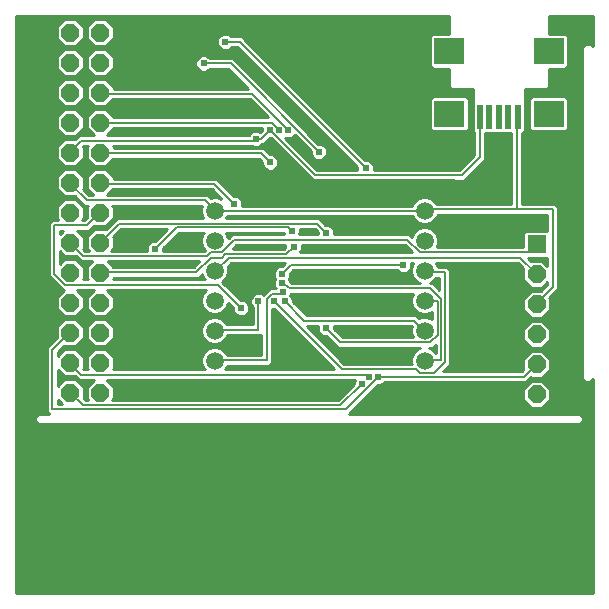
<source format=gbl>
G75*
G70*
%OFA0B0*%
%FSLAX24Y24*%
%IPPOS*%
%LPD*%
%AMOC8*
5,1,8,0,0,1.08239X$1,22.5*
%
%ADD10C,0.0594*%
%ADD11R,0.0984X0.0866*%
%ADD12R,0.0197X0.0787*%
%ADD13OC8,0.0600*%
%ADD14R,0.0600X0.0600*%
%ADD15C,0.0060*%
%ADD16C,0.0240*%
%ADD17C,0.0070*%
%ADD18C,0.0100*%
D10*
X007035Y008156D03*
X007035Y009156D03*
X007035Y010156D03*
X007035Y011156D03*
X007035Y012156D03*
X007035Y013156D03*
X014035Y013156D03*
X014035Y012156D03*
X014035Y011156D03*
X014035Y010156D03*
X014035Y009156D03*
X014035Y008156D03*
D11*
X014853Y016381D03*
X014853Y018467D03*
X018160Y018467D03*
X018160Y016381D03*
D12*
X017136Y016282D03*
X016821Y016282D03*
X016506Y016282D03*
X016191Y016282D03*
X015876Y016282D03*
D13*
X017760Y011040D03*
X017760Y010040D03*
X017760Y009040D03*
X017760Y008040D03*
X017760Y007040D03*
X003211Y007080D03*
X002211Y007080D03*
X002211Y008080D03*
X002211Y009080D03*
X002211Y010080D03*
X002211Y011080D03*
X002211Y012080D03*
X002211Y013080D03*
X002211Y014080D03*
X002211Y015080D03*
X002211Y016080D03*
X002211Y017080D03*
X002211Y018080D03*
X002211Y019080D03*
X003211Y019080D03*
X003211Y018080D03*
X003211Y017080D03*
X003211Y016080D03*
X003211Y015080D03*
X003211Y014080D03*
X003211Y013080D03*
X003211Y012080D03*
X003211Y011080D03*
X003211Y010080D03*
X003211Y009080D03*
X003211Y008080D03*
D14*
X017760Y012040D03*
D15*
X017760Y012000D01*
X017520Y011760D01*
X013860Y011760D01*
X013440Y012180D01*
X007680Y012180D01*
X007260Y011760D01*
X006900Y011760D01*
X006780Y011640D01*
X002640Y011640D01*
X002220Y012060D01*
X002211Y012080D01*
X001680Y012660D02*
X002760Y012660D01*
X003180Y013080D01*
X003211Y013080D01*
X002760Y013500D02*
X006720Y013500D01*
X007020Y013200D01*
X007035Y013156D01*
X007080Y013140D01*
X013980Y013140D01*
X014035Y013156D01*
X014040Y013200D01*
X017100Y013200D01*
X018300Y013200D01*
X018300Y010620D01*
X017760Y010080D01*
X017760Y010040D01*
X017760Y011040D02*
X017220Y011580D01*
X007500Y011580D01*
X007080Y011160D01*
X007035Y011156D01*
X006900Y011580D02*
X006420Y011100D01*
X003240Y011100D01*
X003211Y011080D01*
X003211Y012080D02*
X003240Y012120D01*
X003840Y012720D01*
X010440Y012720D01*
X010740Y012420D01*
X009660Y011940D02*
X009420Y011700D01*
X007380Y011700D01*
X007260Y011580D01*
X006900Y011580D01*
X007140Y010680D02*
X002040Y010680D01*
X001680Y011040D01*
X001680Y012660D01*
X002760Y013500D02*
X002220Y014040D01*
X002211Y014080D01*
X002211Y015080D02*
X002220Y015120D01*
X002580Y015480D01*
X008340Y015480D01*
X008400Y015540D01*
X008580Y015540D01*
X008880Y015840D01*
X010380Y014340D01*
X015090Y014340D01*
X015840Y016260D02*
X015876Y016282D01*
X017100Y016260D02*
X017136Y016282D01*
X017100Y016260D02*
X017100Y013200D01*
X014700Y011100D02*
X014040Y011100D01*
X014035Y011156D01*
X014220Y010560D02*
X014580Y010200D01*
X014580Y008160D01*
X014040Y008160D01*
X014035Y008156D01*
X013740Y007860D02*
X013860Y007740D01*
X014340Y007740D01*
X014700Y008100D01*
X014700Y011100D01*
X014220Y010560D02*
X009540Y010560D01*
X009270Y010740D01*
X009300Y010440D02*
X009240Y010380D01*
X008940Y010380D01*
X008760Y010200D01*
X008760Y008160D01*
X007080Y008160D01*
X007035Y008156D01*
X007035Y009156D02*
X007080Y009180D01*
X008490Y009180D01*
X008490Y010140D01*
X009000Y010140D02*
X011280Y007860D01*
X013740Y007860D01*
X014220Y008760D02*
X014460Y009000D01*
X014460Y010140D01*
X014040Y010140D01*
X014035Y010156D01*
X013680Y009480D02*
X013980Y009180D01*
X014035Y009156D01*
X014220Y008760D02*
X011220Y008760D01*
X010740Y009240D01*
X010020Y009480D02*
X013680Y009480D01*
X013320Y011340D02*
X009570Y011340D01*
X009270Y011040D01*
X009360Y010140D02*
X010020Y009480D01*
X007920Y009900D02*
X007140Y010680D01*
X005760Y012600D02*
X005040Y011880D01*
X005760Y012600D02*
X009480Y012600D01*
X009600Y012480D01*
X007680Y013380D02*
X007020Y014040D01*
X003240Y014040D01*
X003211Y014080D01*
X003240Y015060D02*
X003211Y015080D01*
X003240Y015060D02*
X008580Y015060D01*
X008880Y014760D01*
X009180Y015840D02*
X008940Y016080D01*
X003211Y016080D01*
X003240Y017040D02*
X003211Y017080D01*
X003240Y017040D02*
X008280Y017040D01*
X009480Y015840D01*
X010500Y015120D02*
X007560Y018060D01*
X006660Y018060D01*
X007380Y018780D02*
X007860Y018780D01*
X012060Y014580D01*
X017760Y008040D02*
X017340Y007620D01*
X012480Y007620D01*
X011400Y006540D01*
X001620Y006540D01*
X001620Y008520D01*
X002160Y009060D01*
X002211Y009080D01*
X002211Y008080D02*
X002220Y008040D01*
X002580Y007680D01*
X012120Y007680D01*
X012180Y007620D01*
X011940Y007380D02*
X011220Y006660D01*
X002640Y006660D01*
X002220Y007080D01*
X002211Y007080D01*
D16*
X005040Y011880D03*
X007680Y013380D03*
X008880Y014760D03*
X008400Y015540D03*
X008880Y015840D03*
X009180Y015840D03*
X009480Y015840D03*
X010500Y015120D03*
X012060Y014580D03*
X010740Y012420D03*
X009660Y011940D03*
X009600Y012480D03*
X009270Y011040D03*
X009270Y010740D03*
X009300Y010440D03*
X009360Y010140D03*
X009000Y010140D03*
X008490Y010140D03*
X007920Y009900D03*
X010740Y009240D03*
X012180Y007620D03*
X012480Y007620D03*
X011940Y007380D03*
X013320Y011340D03*
X006660Y018060D03*
X007380Y018780D03*
D17*
X015090Y014340D02*
X015270Y014340D01*
X015870Y014940D01*
X015870Y016276D01*
X015876Y016282D01*
D18*
X000410Y019635D02*
X000410Y000410D01*
X019635Y000410D01*
X019635Y007530D01*
X019545Y007440D01*
X019395Y007440D01*
X019290Y007545D01*
X019290Y018615D01*
X019395Y018720D01*
X019545Y018720D01*
X019635Y018630D01*
X019635Y019635D01*
X018172Y019635D01*
X018172Y019050D01*
X018714Y019050D01*
X018802Y018962D01*
X018802Y017972D01*
X018714Y017884D01*
X018172Y017884D01*
X018172Y017283D01*
X018084Y017195D01*
X017384Y017195D01*
X017384Y015826D01*
X017297Y015739D01*
X017280Y015739D01*
X017280Y013380D01*
X018375Y013380D01*
X018480Y013275D01*
X018480Y010545D01*
X018375Y010440D01*
X018185Y010251D01*
X018210Y010226D01*
X018210Y009854D01*
X017946Y009590D01*
X017574Y009590D01*
X017310Y009854D01*
X017310Y010226D01*
X017574Y010490D01*
X017915Y010490D01*
X018120Y010695D01*
X018120Y010764D01*
X017946Y010590D01*
X017574Y010590D01*
X017310Y010854D01*
X017310Y011226D01*
X017315Y011231D01*
X017145Y011400D01*
X014417Y011400D01*
X014467Y011280D01*
X014775Y011280D01*
X014880Y011175D01*
X014880Y008025D01*
X014775Y007920D01*
X014655Y007800D01*
X017265Y007800D01*
X017315Y007849D01*
X017310Y007854D01*
X017310Y008226D01*
X017574Y008490D01*
X017946Y008490D01*
X018210Y008226D01*
X018210Y007854D01*
X017946Y007590D01*
X017574Y007590D01*
X017569Y007595D01*
X017415Y007440D01*
X012682Y007440D01*
X012633Y007391D01*
X012534Y007350D01*
X012465Y007350D01*
X011505Y006390D01*
X019215Y006390D01*
X019320Y006285D01*
X019320Y006135D01*
X019215Y006030D01*
X001155Y006030D01*
X001050Y006135D01*
X001050Y006285D01*
X001155Y006390D01*
X001515Y006390D01*
X001440Y006465D01*
X001440Y008595D01*
X001545Y008700D01*
X001761Y008916D01*
X001761Y009266D01*
X002025Y009530D01*
X002397Y009530D01*
X002661Y009266D01*
X002661Y008894D01*
X002397Y008630D01*
X002025Y008630D01*
X002005Y008650D01*
X001800Y008445D01*
X001800Y008305D01*
X002025Y008530D01*
X002397Y008530D01*
X002661Y008266D01*
X002661Y007894D01*
X002641Y007874D01*
X002655Y007860D01*
X002795Y007860D01*
X002761Y007894D01*
X002761Y008266D01*
X003025Y008530D01*
X003397Y008530D01*
X003661Y008266D01*
X003661Y007894D01*
X003627Y007860D01*
X006699Y007860D01*
X006656Y007902D01*
X006588Y008067D01*
X006588Y008244D01*
X006656Y008409D01*
X006782Y008534D01*
X006946Y008602D01*
X007124Y008602D01*
X007288Y008534D01*
X007414Y008409D01*
X007442Y008340D01*
X008580Y008340D01*
X008580Y009015D01*
X008565Y009000D01*
X007454Y009000D01*
X007414Y008902D01*
X007288Y008777D01*
X007124Y008709D01*
X006946Y008709D01*
X006782Y008777D01*
X006656Y008902D01*
X006588Y009067D01*
X006588Y009244D01*
X006656Y009409D01*
X006782Y009534D01*
X006946Y009602D01*
X007124Y009602D01*
X007288Y009534D01*
X007414Y009409D01*
X007434Y009360D01*
X008310Y009360D01*
X008310Y009938D01*
X008261Y009987D01*
X008220Y010086D01*
X008220Y010194D01*
X008261Y010293D01*
X008337Y010369D01*
X008436Y010410D01*
X008544Y010410D01*
X008643Y010369D01*
X008659Y010353D01*
X008685Y010380D01*
X008865Y010560D01*
X009057Y010560D01*
X009061Y010568D01*
X009041Y010587D01*
X009000Y010686D01*
X009000Y010794D01*
X009040Y010890D01*
X009000Y010986D01*
X009000Y011094D01*
X009041Y011193D01*
X009117Y011269D01*
X009216Y011310D01*
X009285Y011310D01*
X009375Y011400D01*
X007575Y011400D01*
X007463Y011289D01*
X007482Y011244D01*
X007482Y011067D01*
X007414Y010902D01*
X007293Y010782D01*
X007320Y010755D01*
X007905Y010170D01*
X007974Y010170D01*
X008073Y010129D01*
X008149Y010053D01*
X008190Y009954D01*
X008190Y009846D01*
X008149Y009747D01*
X008073Y009671D01*
X007974Y009630D01*
X007866Y009630D01*
X007767Y009671D01*
X007691Y009747D01*
X007650Y009846D01*
X007650Y009915D01*
X007482Y010084D01*
X007482Y010067D01*
X007414Y009902D01*
X007288Y009777D01*
X007124Y009709D01*
X006946Y009709D01*
X006782Y009777D01*
X006656Y009902D01*
X006588Y010067D01*
X006588Y010244D01*
X006656Y010409D01*
X006748Y010500D01*
X003427Y010500D01*
X003661Y010266D01*
X003661Y009894D01*
X003397Y009630D01*
X003025Y009630D01*
X002761Y009894D01*
X002761Y010266D01*
X002995Y010500D01*
X002427Y010500D01*
X002661Y010266D01*
X002661Y009894D01*
X002397Y009630D01*
X002025Y009630D01*
X001761Y009894D01*
X001761Y010266D01*
X001995Y010500D01*
X001965Y010500D01*
X001605Y010860D01*
X001500Y010965D01*
X001500Y012735D01*
X001605Y012840D01*
X001815Y012840D01*
X001761Y012894D01*
X001761Y013266D01*
X002025Y013530D01*
X002397Y013530D01*
X002661Y013266D01*
X002661Y012894D01*
X002607Y012840D01*
X002685Y012840D01*
X002761Y012916D01*
X002761Y013266D01*
X002815Y013320D01*
X002685Y013320D01*
X002580Y013425D01*
X002375Y013630D01*
X002025Y013630D01*
X001761Y013894D01*
X001761Y014266D01*
X002025Y014530D01*
X002397Y014530D01*
X002661Y014266D01*
X002661Y013894D01*
X002641Y013874D01*
X002835Y013680D01*
X002975Y013680D01*
X002761Y013894D01*
X002761Y014266D01*
X003025Y014530D01*
X003397Y014530D01*
X003661Y014266D01*
X003661Y014220D01*
X007095Y014220D01*
X007200Y014115D01*
X007665Y013650D01*
X007734Y013650D01*
X007833Y013609D01*
X007909Y013533D01*
X007950Y013434D01*
X007950Y013326D01*
X007947Y013320D01*
X013620Y013320D01*
X013656Y013409D01*
X013782Y013534D01*
X013946Y013602D01*
X014124Y013602D01*
X014288Y013534D01*
X014414Y013409D01*
X014426Y013380D01*
X016920Y013380D01*
X016920Y015739D01*
X016055Y015739D01*
X016055Y014863D01*
X015947Y014755D01*
X015347Y014155D01*
X015013Y014155D01*
X015008Y014160D01*
X010305Y014160D01*
X008895Y015570D01*
X008865Y015570D01*
X008760Y015465D01*
X008760Y015465D01*
X008655Y015360D01*
X008602Y015360D01*
X008553Y015311D01*
X008454Y015270D01*
X008346Y015270D01*
X008274Y015300D01*
X003627Y015300D01*
X003661Y015266D01*
X003661Y015240D01*
X008655Y015240D01*
X008760Y015135D01*
X008865Y015030D01*
X008934Y015030D01*
X009033Y014989D01*
X009109Y014913D01*
X009150Y014814D01*
X009150Y014706D01*
X009109Y014607D01*
X009033Y014531D01*
X008934Y014490D01*
X008826Y014490D01*
X008727Y014531D01*
X008651Y014607D01*
X008610Y014706D01*
X008610Y014775D01*
X008505Y014880D01*
X003647Y014880D01*
X003397Y014630D01*
X003025Y014630D01*
X002761Y014894D01*
X002761Y015266D01*
X002795Y015300D01*
X002655Y015300D01*
X002641Y015286D01*
X002661Y015266D01*
X002661Y014894D01*
X002397Y014630D01*
X002025Y014630D01*
X001761Y014894D01*
X001761Y015266D01*
X002025Y015530D01*
X002375Y015530D01*
X002505Y015660D01*
X002995Y015660D01*
X002761Y015894D01*
X002761Y016266D01*
X003025Y016530D01*
X003397Y016530D01*
X003661Y016266D01*
X003661Y016260D01*
X008805Y016260D01*
X008205Y016860D01*
X003627Y016860D01*
X003397Y016630D01*
X003025Y016630D01*
X002761Y016894D01*
X002761Y017266D01*
X003025Y017530D01*
X003397Y017530D01*
X003661Y017266D01*
X003661Y017220D01*
X008145Y017220D01*
X007485Y017880D01*
X006862Y017880D01*
X006813Y017831D01*
X006714Y017790D01*
X006606Y017790D01*
X006507Y017831D01*
X006431Y017907D01*
X006390Y018006D01*
X006390Y018114D01*
X006431Y018213D01*
X006507Y018289D01*
X006606Y018330D01*
X006714Y018330D01*
X006813Y018289D01*
X006862Y018240D01*
X007635Y018240D01*
X007740Y018135D01*
X010485Y015390D01*
X010554Y015390D01*
X010653Y015349D01*
X010729Y015273D01*
X010770Y015174D01*
X010770Y015066D01*
X010729Y014967D01*
X010653Y014891D01*
X010554Y014850D01*
X010446Y014850D01*
X010347Y014891D01*
X010271Y014967D01*
X010230Y015066D01*
X010230Y015135D01*
X009694Y015672D01*
X009633Y015611D01*
X009534Y015570D01*
X009426Y015570D01*
X009389Y015585D01*
X010455Y014520D01*
X011793Y014520D01*
X011790Y014526D01*
X011790Y014595D01*
X007785Y018600D01*
X007582Y018600D01*
X007533Y018551D01*
X007434Y018510D01*
X007326Y018510D01*
X007227Y018551D01*
X007151Y018627D01*
X007110Y018726D01*
X007110Y018834D01*
X007151Y018933D01*
X007227Y019009D01*
X007326Y019050D01*
X007434Y019050D01*
X007533Y019009D01*
X007582Y018960D01*
X007935Y018960D01*
X008040Y018855D01*
X012045Y014850D01*
X012114Y014850D01*
X012213Y014809D01*
X012289Y014733D01*
X012330Y014634D01*
X012330Y014526D01*
X012327Y014520D01*
X015008Y014520D01*
X015013Y014525D01*
X015193Y014525D01*
X015685Y015017D01*
X015685Y015769D01*
X015628Y015826D01*
X015628Y017195D01*
X014928Y017195D01*
X014840Y017283D01*
X014840Y017884D01*
X014298Y017884D01*
X014210Y017972D01*
X014210Y018962D01*
X014298Y019050D01*
X014840Y019050D01*
X014840Y019635D01*
X000410Y019635D01*
X000410Y019585D02*
X014840Y019585D01*
X014840Y019486D02*
X003441Y019486D01*
X003397Y019530D02*
X003661Y019266D01*
X003661Y018894D01*
X003397Y018630D01*
X003025Y018630D01*
X002761Y018894D01*
X002761Y019266D01*
X003025Y019530D01*
X003397Y019530D01*
X003540Y019388D02*
X014840Y019388D01*
X014840Y019289D02*
X003638Y019289D01*
X003661Y019191D02*
X014840Y019191D01*
X014840Y019092D02*
X003661Y019092D01*
X003661Y018994D02*
X007212Y018994D01*
X007135Y018895D02*
X003661Y018895D01*
X003564Y018797D02*
X007110Y018797D01*
X007122Y018698D02*
X003466Y018698D01*
X003397Y018530D02*
X003025Y018530D01*
X002761Y018266D01*
X002761Y017894D01*
X003025Y017630D01*
X003397Y017630D01*
X003661Y017894D01*
X003661Y018266D01*
X003397Y018530D01*
X003426Y018501D02*
X007884Y018501D01*
X007786Y018600D02*
X007581Y018600D01*
X007548Y018994D02*
X014241Y018994D01*
X014210Y018895D02*
X008000Y018895D01*
X008098Y018797D02*
X014210Y018797D01*
X014210Y018698D02*
X008197Y018698D01*
X008295Y018600D02*
X014210Y018600D01*
X014210Y018501D02*
X008394Y018501D01*
X008492Y018403D02*
X014210Y018403D01*
X014210Y018304D02*
X008591Y018304D01*
X008689Y018206D02*
X014210Y018206D01*
X014210Y018107D02*
X008788Y018107D01*
X008886Y018009D02*
X014210Y018009D01*
X014272Y017910D02*
X008985Y017910D01*
X009083Y017812D02*
X014840Y017812D01*
X014840Y017713D02*
X009182Y017713D01*
X009280Y017615D02*
X014840Y017615D01*
X014840Y017516D02*
X009379Y017516D01*
X009477Y017418D02*
X014840Y017418D01*
X014840Y017319D02*
X009576Y017319D01*
X009674Y017221D02*
X014903Y017221D01*
X015407Y016964D02*
X014298Y016964D01*
X014210Y016876D01*
X014210Y015885D01*
X014298Y015798D01*
X015407Y015798D01*
X015495Y015885D01*
X015495Y016876D01*
X015407Y016964D01*
X015445Y016925D02*
X015628Y016925D01*
X015628Y016827D02*
X015495Y016827D01*
X015495Y016728D02*
X015628Y016728D01*
X015628Y016630D02*
X015495Y016630D01*
X015495Y016531D02*
X015628Y016531D01*
X015628Y016433D02*
X015495Y016433D01*
X015495Y016334D02*
X015628Y016334D01*
X015628Y016236D02*
X015495Y016236D01*
X015495Y016137D02*
X015628Y016137D01*
X015628Y016039D02*
X015495Y016039D01*
X015495Y015940D02*
X015628Y015940D01*
X015628Y015842D02*
X015451Y015842D01*
X015685Y015743D02*
X011152Y015743D01*
X011250Y015645D02*
X015685Y015645D01*
X015685Y015546D02*
X011349Y015546D01*
X011447Y015448D02*
X015685Y015448D01*
X015685Y015349D02*
X011546Y015349D01*
X011644Y015251D02*
X015685Y015251D01*
X015685Y015152D02*
X011743Y015152D01*
X011841Y015054D02*
X015685Y015054D01*
X015623Y014955D02*
X011940Y014955D01*
X012038Y014857D02*
X015525Y014857D01*
X015426Y014758D02*
X012264Y014758D01*
X012319Y014660D02*
X015328Y014660D01*
X015229Y014561D02*
X012330Y014561D01*
X011790Y014561D02*
X010414Y014561D01*
X010315Y014660D02*
X011726Y014660D01*
X011627Y014758D02*
X010217Y014758D01*
X010118Y014857D02*
X010431Y014857D01*
X010569Y014857D02*
X011529Y014857D01*
X011430Y014955D02*
X010717Y014955D01*
X010765Y015054D02*
X011332Y015054D01*
X011233Y015152D02*
X010770Y015152D01*
X010738Y015251D02*
X011135Y015251D01*
X011036Y015349D02*
X010653Y015349D01*
X010427Y015448D02*
X010938Y015448D01*
X010839Y015546D02*
X010329Y015546D01*
X010230Y015645D02*
X010741Y015645D01*
X010642Y015743D02*
X010132Y015743D01*
X010033Y015842D02*
X010544Y015842D01*
X010445Y015940D02*
X009935Y015940D01*
X009836Y016039D02*
X010347Y016039D01*
X010248Y016137D02*
X009738Y016137D01*
X009639Y016236D02*
X010150Y016236D01*
X010051Y016334D02*
X009541Y016334D01*
X009442Y016433D02*
X009953Y016433D01*
X009854Y016531D02*
X009344Y016531D01*
X009245Y016630D02*
X009756Y016630D01*
X009657Y016728D02*
X009147Y016728D01*
X009048Y016827D02*
X009559Y016827D01*
X009460Y016925D02*
X008950Y016925D01*
X008851Y017024D02*
X009362Y017024D01*
X009263Y017122D02*
X008753Y017122D01*
X008654Y017221D02*
X009165Y017221D01*
X009066Y017319D02*
X008556Y017319D01*
X008457Y017418D02*
X008968Y017418D01*
X008869Y017516D02*
X008359Y017516D01*
X008260Y017615D02*
X008771Y017615D01*
X008672Y017713D02*
X008162Y017713D01*
X008063Y017812D02*
X008574Y017812D01*
X008475Y017910D02*
X007965Y017910D01*
X007866Y018009D02*
X008377Y018009D01*
X008278Y018107D02*
X007768Y018107D01*
X007669Y018206D02*
X008180Y018206D01*
X008081Y018304D02*
X006776Y018304D01*
X006544Y018304D02*
X003623Y018304D01*
X003661Y018206D02*
X006428Y018206D01*
X006390Y018107D02*
X003661Y018107D01*
X003661Y018009D02*
X006390Y018009D01*
X006430Y017910D02*
X003661Y017910D01*
X003579Y017812D02*
X006554Y017812D01*
X006766Y017812D02*
X007554Y017812D01*
X007652Y017713D02*
X003481Y017713D01*
X003411Y017516D02*
X007849Y017516D01*
X007751Y017615D02*
X000410Y017615D01*
X000410Y017713D02*
X001942Y017713D01*
X002025Y017630D02*
X001761Y017894D01*
X001761Y018266D01*
X002025Y018530D01*
X002397Y018530D01*
X002661Y018266D01*
X002661Y017894D01*
X002397Y017630D01*
X002025Y017630D01*
X002025Y017530D02*
X001761Y017266D01*
X001761Y016894D01*
X002025Y016630D01*
X002397Y016630D01*
X002661Y016894D01*
X002661Y017266D01*
X002397Y017530D01*
X002025Y017530D01*
X002011Y017516D02*
X000410Y017516D01*
X000410Y017418D02*
X001912Y017418D01*
X001814Y017319D02*
X000410Y017319D01*
X000410Y017221D02*
X001761Y017221D01*
X001761Y017122D02*
X000410Y017122D01*
X000410Y017024D02*
X001761Y017024D01*
X001761Y016925D02*
X000410Y016925D01*
X000410Y016827D02*
X001828Y016827D01*
X001927Y016728D02*
X000410Y016728D01*
X000410Y016630D02*
X008436Y016630D01*
X008337Y016728D02*
X003496Y016728D01*
X003594Y016827D02*
X008239Y016827D01*
X008534Y016531D02*
X000410Y016531D01*
X000410Y016433D02*
X001927Y016433D01*
X002025Y016530D02*
X001761Y016266D01*
X001761Y015894D01*
X002025Y015630D01*
X002397Y015630D01*
X002661Y015894D01*
X002661Y016266D01*
X002397Y016530D01*
X002025Y016530D01*
X001829Y016334D02*
X000410Y016334D01*
X000410Y016236D02*
X001761Y016236D01*
X001761Y016137D02*
X000410Y016137D01*
X000410Y016039D02*
X001761Y016039D01*
X001761Y015940D02*
X000410Y015940D01*
X000410Y015842D02*
X001813Y015842D01*
X001912Y015743D02*
X000410Y015743D01*
X000410Y015645D02*
X002010Y015645D01*
X001942Y015448D02*
X000410Y015448D01*
X000410Y015546D02*
X002391Y015546D01*
X002412Y015645D02*
X002490Y015645D01*
X002511Y015743D02*
X002912Y015743D01*
X002813Y015842D02*
X002609Y015842D01*
X002661Y015940D02*
X002761Y015940D01*
X002761Y016039D02*
X002661Y016039D01*
X002661Y016137D02*
X002761Y016137D01*
X002761Y016236D02*
X002661Y016236D01*
X002593Y016334D02*
X002829Y016334D01*
X002927Y016433D02*
X002495Y016433D01*
X002496Y016728D02*
X002927Y016728D01*
X002828Y016827D02*
X002594Y016827D01*
X002661Y016925D02*
X002761Y016925D01*
X002761Y017024D02*
X002661Y017024D01*
X002661Y017122D02*
X002761Y017122D01*
X002761Y017221D02*
X002661Y017221D01*
X002608Y017319D02*
X002814Y017319D01*
X002912Y017418D02*
X002510Y017418D01*
X002411Y017516D02*
X003011Y017516D01*
X002942Y017713D02*
X002481Y017713D01*
X002579Y017812D02*
X002843Y017812D01*
X002761Y017910D02*
X002661Y017910D01*
X002661Y018009D02*
X002761Y018009D01*
X002761Y018107D02*
X002661Y018107D01*
X002661Y018206D02*
X002761Y018206D01*
X002799Y018304D02*
X002623Y018304D01*
X002525Y018403D02*
X002897Y018403D01*
X002996Y018501D02*
X002426Y018501D01*
X002397Y018630D02*
X002661Y018894D01*
X002661Y019266D01*
X002397Y019530D01*
X002025Y019530D01*
X001761Y019266D01*
X001761Y018894D01*
X002025Y018630D01*
X002397Y018630D01*
X002466Y018698D02*
X002957Y018698D01*
X002858Y018797D02*
X002564Y018797D01*
X002661Y018895D02*
X002761Y018895D01*
X002761Y018994D02*
X002661Y018994D01*
X002661Y019092D02*
X002761Y019092D01*
X002761Y019191D02*
X002661Y019191D01*
X002638Y019289D02*
X002784Y019289D01*
X002882Y019388D02*
X002540Y019388D01*
X002441Y019486D02*
X002981Y019486D01*
X001981Y019486D02*
X000410Y019486D01*
X000410Y019388D02*
X001882Y019388D01*
X001784Y019289D02*
X000410Y019289D01*
X000410Y019191D02*
X001761Y019191D01*
X001761Y019092D02*
X000410Y019092D01*
X000410Y018994D02*
X001761Y018994D01*
X001761Y018895D02*
X000410Y018895D01*
X000410Y018797D02*
X001858Y018797D01*
X001957Y018698D02*
X000410Y018698D01*
X000410Y018600D02*
X007179Y018600D01*
X007983Y018403D02*
X003525Y018403D01*
X003510Y017418D02*
X007948Y017418D01*
X008046Y017319D02*
X003608Y017319D01*
X003661Y017221D02*
X008145Y017221D01*
X008633Y016433D02*
X003495Y016433D01*
X003593Y016334D02*
X008731Y016334D01*
X008613Y015900D02*
X008610Y015894D01*
X008610Y015825D01*
X008554Y015768D01*
X008553Y015769D01*
X008454Y015810D01*
X008346Y015810D01*
X008247Y015769D01*
X008171Y015693D01*
X008157Y015660D01*
X003427Y015660D01*
X003661Y015894D01*
X003661Y015900D01*
X008613Y015900D01*
X008610Y015842D02*
X003609Y015842D01*
X003511Y015743D02*
X008221Y015743D01*
X008591Y015349D02*
X009116Y015349D01*
X009018Y015448D02*
X008742Y015448D01*
X008841Y015546D02*
X008919Y015546D01*
X009215Y015251D02*
X003661Y015251D01*
X003624Y014857D02*
X008529Y014857D01*
X008610Y014758D02*
X003526Y014758D01*
X003427Y014660D02*
X008629Y014660D01*
X008697Y014561D02*
X000410Y014561D01*
X000410Y014463D02*
X001957Y014463D01*
X001859Y014364D02*
X000410Y014364D01*
X000410Y014266D02*
X001761Y014266D01*
X001761Y014167D02*
X000410Y014167D01*
X000410Y014069D02*
X001761Y014069D01*
X001761Y013970D02*
X000410Y013970D01*
X000410Y013872D02*
X001783Y013872D01*
X001882Y013773D02*
X000410Y013773D01*
X000410Y013675D02*
X001980Y013675D01*
X001972Y013478D02*
X000410Y013478D01*
X000410Y013576D02*
X002429Y013576D01*
X002450Y013478D02*
X002528Y013478D01*
X002548Y013379D02*
X002626Y013379D01*
X002647Y013281D02*
X002775Y013281D01*
X002761Y013182D02*
X002661Y013182D01*
X002661Y013084D02*
X002761Y013084D01*
X002761Y012985D02*
X002661Y012985D01*
X002654Y012887D02*
X002732Y012887D01*
X003005Y012650D02*
X003025Y012630D01*
X003397Y012630D01*
X003661Y012894D01*
X003661Y013266D01*
X003607Y013320D01*
X006620Y013320D01*
X006588Y013244D01*
X006588Y013067D01*
X006656Y012902D01*
X006659Y012900D01*
X003765Y012900D01*
X003395Y012530D01*
X003025Y012530D01*
X002761Y012266D01*
X002761Y011894D01*
X002835Y011820D01*
X002715Y011820D01*
X002651Y011884D01*
X002661Y011894D01*
X002661Y012266D01*
X002447Y012480D01*
X002835Y012480D01*
X003005Y012650D01*
X002946Y012591D02*
X003456Y012591D01*
X003457Y012690D02*
X003555Y012690D01*
X003556Y012788D02*
X003653Y012788D01*
X003654Y012887D02*
X003752Y012887D01*
X003661Y012985D02*
X006622Y012985D01*
X006588Y013084D02*
X003661Y013084D01*
X003661Y013182D02*
X006588Y013182D01*
X006603Y013281D02*
X003647Y013281D01*
X003447Y013680D02*
X003627Y013860D01*
X006945Y013860D01*
X007259Y013546D01*
X007124Y013602D01*
X006946Y013602D01*
X006894Y013581D01*
X006795Y013680D01*
X003447Y013680D01*
X003541Y013773D02*
X007032Y013773D01*
X007131Y013675D02*
X006800Y013675D01*
X007187Y013576D02*
X007229Y013576D01*
X007542Y013773D02*
X016920Y013773D01*
X016920Y013675D02*
X007640Y013675D01*
X007866Y013576D02*
X013883Y013576D01*
X013725Y013478D02*
X007932Y013478D01*
X007950Y013379D02*
X013644Y013379D01*
X013632Y012960D02*
X013656Y012902D01*
X013782Y012777D01*
X013946Y012709D01*
X014124Y012709D01*
X014288Y012777D01*
X014414Y012902D01*
X014463Y013020D01*
X018120Y013020D01*
X018120Y012490D01*
X017398Y012490D01*
X017310Y012402D01*
X017310Y011940D01*
X014429Y011940D01*
X014482Y012067D01*
X014482Y012244D01*
X014414Y012409D01*
X014288Y012534D01*
X014124Y012602D01*
X013946Y012602D01*
X013782Y012534D01*
X013656Y012409D01*
X013600Y012274D01*
X013515Y012360D01*
X011007Y012360D01*
X011010Y012366D01*
X011010Y012474D01*
X010969Y012573D01*
X010893Y012649D01*
X010794Y012690D01*
X010725Y012690D01*
X010620Y012795D01*
X010515Y012900D01*
X007411Y012900D01*
X007414Y012902D01*
X007438Y012960D01*
X013632Y012960D01*
X013672Y012887D02*
X010528Y012887D01*
X010627Y012788D02*
X013771Y012788D01*
X013919Y012591D02*
X010951Y012591D01*
X011002Y012493D02*
X013740Y012493D01*
X013650Y012394D02*
X011010Y012394D01*
X010795Y012690D02*
X018120Y012690D01*
X018120Y012788D02*
X014300Y012788D01*
X014398Y012887D02*
X018120Y012887D01*
X018120Y012985D02*
X014448Y012985D01*
X014151Y012591D02*
X018120Y012591D01*
X018120Y012493D02*
X014330Y012493D01*
X014420Y012394D02*
X017310Y012394D01*
X017310Y012296D02*
X014461Y012296D01*
X014482Y012197D02*
X017310Y012197D01*
X017310Y012099D02*
X014482Y012099D01*
X014454Y012000D02*
X017310Y012000D01*
X017475Y011580D02*
X017595Y011580D01*
X017605Y011590D01*
X018120Y011590D01*
X018120Y011316D01*
X017946Y011490D01*
X017574Y011490D01*
X017569Y011485D01*
X017475Y011580D01*
X017547Y011508D02*
X018120Y011508D01*
X018120Y011409D02*
X018027Y011409D01*
X018480Y011409D02*
X019290Y011409D01*
X019290Y011311D02*
X018480Y011311D01*
X018480Y011212D02*
X019290Y011212D01*
X019290Y011114D02*
X018480Y011114D01*
X018480Y011015D02*
X019290Y011015D01*
X019290Y010917D02*
X018480Y010917D01*
X018480Y010818D02*
X019290Y010818D01*
X019290Y010720D02*
X018480Y010720D01*
X018480Y010621D02*
X019290Y010621D01*
X019290Y010523D02*
X018457Y010523D01*
X018359Y010424D02*
X019290Y010424D01*
X019290Y010326D02*
X018260Y010326D01*
X018209Y010227D02*
X019290Y010227D01*
X019290Y010129D02*
X018210Y010129D01*
X018210Y010030D02*
X019290Y010030D01*
X019290Y009932D02*
X018210Y009932D01*
X018189Y009833D02*
X019290Y009833D01*
X019290Y009735D02*
X018091Y009735D01*
X017992Y009636D02*
X019290Y009636D01*
X019290Y009538D02*
X014880Y009538D01*
X014880Y009636D02*
X017528Y009636D01*
X017429Y009735D02*
X014880Y009735D01*
X014880Y009833D02*
X017331Y009833D01*
X017310Y009932D02*
X014880Y009932D01*
X014880Y010030D02*
X017310Y010030D01*
X017310Y010129D02*
X014880Y010129D01*
X014880Y010227D02*
X017311Y010227D01*
X017409Y010326D02*
X014880Y010326D01*
X014880Y010424D02*
X017508Y010424D01*
X017543Y010621D02*
X014880Y010621D01*
X014880Y010523D02*
X017948Y010523D01*
X017977Y010621D02*
X018046Y010621D01*
X018076Y010720D02*
X018120Y010720D01*
X017444Y010720D02*
X014880Y010720D01*
X014880Y010818D02*
X017346Y010818D01*
X017310Y010917D02*
X014880Y010917D01*
X014880Y011015D02*
X017310Y011015D01*
X017310Y011114D02*
X014880Y011114D01*
X014843Y011212D02*
X017310Y011212D01*
X017235Y011311D02*
X014454Y011311D01*
X014421Y010920D02*
X014520Y010920D01*
X014520Y010515D01*
X014295Y010740D01*
X014200Y010740D01*
X014288Y010777D01*
X014414Y010902D01*
X014421Y010920D01*
X014420Y010917D02*
X014520Y010917D01*
X014520Y010818D02*
X014329Y010818D01*
X014315Y010720D02*
X014520Y010720D01*
X014520Y010621D02*
X014414Y010621D01*
X014512Y010523D02*
X014520Y010523D01*
X013871Y010740D02*
X009594Y010740D01*
X009540Y010776D01*
X009540Y010794D01*
X009500Y010890D01*
X009540Y010986D01*
X009540Y011055D01*
X009645Y011160D01*
X013118Y011160D01*
X013167Y011111D01*
X013266Y011070D01*
X013374Y011070D01*
X013473Y011111D01*
X013549Y011187D01*
X013590Y011286D01*
X013590Y011394D01*
X013587Y011400D01*
X013653Y011400D01*
X013588Y011244D01*
X013588Y011067D01*
X013656Y010902D01*
X013782Y010777D01*
X013871Y010740D01*
X013741Y010818D02*
X009530Y010818D01*
X009511Y010917D02*
X013650Y010917D01*
X013610Y011015D02*
X009540Y011015D01*
X009598Y011114D02*
X013165Y011114D01*
X013475Y011114D02*
X013588Y011114D01*
X013588Y011212D02*
X013559Y011212D01*
X013590Y011311D02*
X013616Y011311D01*
X013605Y011760D02*
X009862Y011760D01*
X009889Y011787D01*
X009930Y011886D01*
X009930Y011994D01*
X009927Y012000D01*
X013365Y012000D01*
X013605Y011760D01*
X013562Y011803D02*
X009896Y011803D01*
X009930Y011902D02*
X013464Y011902D01*
X013579Y012296D02*
X013609Y012296D01*
X014345Y013478D02*
X016920Y013478D01*
X016920Y013576D02*
X014187Y013576D01*
X015359Y014167D02*
X016920Y014167D01*
X016920Y014069D02*
X007246Y014069D01*
X007148Y014167D02*
X010298Y014167D01*
X010200Y014266D02*
X003661Y014266D01*
X003563Y014364D02*
X010101Y014364D01*
X010003Y014463D02*
X003465Y014463D01*
X002957Y014463D02*
X002465Y014463D01*
X002563Y014364D02*
X002859Y014364D01*
X002761Y014266D02*
X002661Y014266D01*
X002661Y014167D02*
X002761Y014167D01*
X002761Y014069D02*
X002661Y014069D01*
X002661Y013970D02*
X002761Y013970D01*
X002783Y013872D02*
X002643Y013872D01*
X002742Y013773D02*
X002882Y013773D01*
X002995Y014660D02*
X002427Y014660D01*
X002526Y014758D02*
X002897Y014758D01*
X002798Y014857D02*
X002624Y014857D01*
X002661Y014955D02*
X002761Y014955D01*
X002761Y015054D02*
X002661Y015054D01*
X002661Y015152D02*
X002761Y015152D01*
X002761Y015251D02*
X002661Y015251D01*
X001844Y015349D02*
X000410Y015349D01*
X000410Y015251D02*
X001761Y015251D01*
X001761Y015152D02*
X000410Y015152D01*
X000410Y015054D02*
X001761Y015054D01*
X001761Y014955D02*
X000410Y014955D01*
X000410Y014857D02*
X001798Y014857D01*
X001897Y014758D02*
X000410Y014758D01*
X000410Y014660D02*
X001995Y014660D01*
X001874Y013379D02*
X000410Y013379D01*
X000410Y013281D02*
X001775Y013281D01*
X001761Y013182D02*
X000410Y013182D01*
X000410Y013084D02*
X001761Y013084D01*
X001761Y012985D02*
X000410Y012985D01*
X000410Y012887D02*
X001768Y012887D01*
X001553Y012788D02*
X000410Y012788D01*
X000410Y012690D02*
X001500Y012690D01*
X001500Y012591D02*
X000410Y012591D01*
X000410Y012493D02*
X001500Y012493D01*
X001500Y012394D02*
X000410Y012394D01*
X000410Y012296D02*
X001500Y012296D01*
X001500Y012197D02*
X000410Y012197D01*
X000410Y012099D02*
X001500Y012099D01*
X001500Y012000D02*
X000410Y012000D01*
X000410Y011902D02*
X001500Y011902D01*
X001500Y011803D02*
X000410Y011803D01*
X000410Y011705D02*
X001500Y011705D01*
X001500Y011606D02*
X000410Y011606D01*
X000410Y011508D02*
X001500Y011508D01*
X001500Y011409D02*
X000410Y011409D01*
X000410Y011311D02*
X001500Y011311D01*
X001500Y011212D02*
X000410Y011212D01*
X000410Y011114D02*
X001500Y011114D01*
X001500Y011015D02*
X000410Y011015D01*
X000410Y010917D02*
X001549Y010917D01*
X001647Y010818D02*
X000410Y010818D01*
X000410Y010720D02*
X001746Y010720D01*
X001844Y010621D02*
X000410Y010621D01*
X000410Y010523D02*
X001943Y010523D01*
X001919Y010424D02*
X000410Y010424D01*
X000410Y010326D02*
X001820Y010326D01*
X001761Y010227D02*
X000410Y010227D01*
X000410Y010129D02*
X001761Y010129D01*
X001761Y010030D02*
X000410Y010030D01*
X000410Y009932D02*
X001761Y009932D01*
X001822Y009833D02*
X000410Y009833D01*
X000410Y009735D02*
X001920Y009735D01*
X002019Y009636D02*
X000410Y009636D01*
X000410Y009538D02*
X006790Y009538D01*
X006687Y009439D02*
X003488Y009439D01*
X003397Y009530D02*
X003661Y009266D01*
X003661Y008894D01*
X003397Y008630D01*
X003025Y008630D01*
X002761Y008894D01*
X002761Y009266D01*
X003025Y009530D01*
X003397Y009530D01*
X003404Y009636D02*
X007852Y009636D01*
X007988Y009636D02*
X008310Y009636D01*
X008310Y009538D02*
X007280Y009538D01*
X007383Y009439D02*
X008310Y009439D01*
X008310Y009735D02*
X008136Y009735D01*
X008185Y009833D02*
X008310Y009833D01*
X008310Y009932D02*
X008190Y009932D01*
X008158Y010030D02*
X008243Y010030D01*
X008220Y010129D02*
X008073Y010129D01*
X008234Y010227D02*
X007848Y010227D01*
X007749Y010326D02*
X008294Y010326D01*
X008729Y010424D02*
X007651Y010424D01*
X007552Y010523D02*
X008828Y010523D01*
X009027Y010621D02*
X007454Y010621D01*
X007355Y010720D02*
X009000Y010720D01*
X009010Y010818D02*
X007329Y010818D01*
X007420Y010917D02*
X009029Y010917D01*
X009000Y011015D02*
X007461Y011015D01*
X007482Y011114D02*
X009008Y011114D01*
X009060Y011212D02*
X007482Y011212D01*
X007485Y011311D02*
X009286Y011311D01*
X009345Y011880D02*
X007635Y011880D01*
X007755Y012000D01*
X009393Y012000D01*
X009390Y011994D01*
X009390Y011925D01*
X009345Y011880D01*
X009367Y011902D02*
X007656Y011902D01*
X007482Y012236D02*
X007500Y012255D01*
X007605Y012360D01*
X009357Y012360D01*
X009333Y012420D01*
X007402Y012420D01*
X007414Y012409D01*
X007482Y012244D01*
X007482Y012236D01*
X007461Y012296D02*
X007541Y012296D01*
X007420Y012394D02*
X009343Y012394D01*
X009843Y012360D02*
X009870Y012426D01*
X009870Y012534D01*
X009867Y012540D01*
X010365Y012540D01*
X010470Y012435D01*
X010470Y012366D01*
X010473Y012360D01*
X009843Y012360D01*
X009857Y012394D02*
X010470Y012394D01*
X010413Y012493D02*
X009870Y012493D01*
X009904Y014561D02*
X009063Y014561D01*
X009131Y014660D02*
X009806Y014660D01*
X009707Y014758D02*
X009150Y014758D01*
X009132Y014857D02*
X009609Y014857D01*
X009510Y014955D02*
X009067Y014955D01*
X008841Y015054D02*
X009412Y015054D01*
X009313Y015152D02*
X008743Y015152D01*
X009429Y015546D02*
X009819Y015546D01*
X009721Y015645D02*
X009666Y015645D01*
X009527Y015448D02*
X009918Y015448D01*
X010016Y015349D02*
X009626Y015349D01*
X009724Y015251D02*
X010115Y015251D01*
X010213Y015152D02*
X009823Y015152D01*
X009921Y015054D02*
X010235Y015054D01*
X010283Y014955D02*
X010020Y014955D01*
X010955Y015940D02*
X014210Y015940D01*
X014210Y016039D02*
X010856Y016039D01*
X010758Y016137D02*
X014210Y016137D01*
X014210Y016236D02*
X010659Y016236D01*
X010561Y016334D02*
X014210Y016334D01*
X014210Y016433D02*
X010462Y016433D01*
X010364Y016531D02*
X014210Y016531D01*
X014210Y016630D02*
X010265Y016630D01*
X010167Y016728D02*
X014210Y016728D01*
X014210Y016827D02*
X010068Y016827D01*
X009970Y016925D02*
X014260Y016925D01*
X014254Y015842D02*
X011053Y015842D01*
X009871Y017024D02*
X015628Y017024D01*
X015628Y017122D02*
X009773Y017122D01*
X007345Y013970D02*
X016920Y013970D01*
X016920Y013872D02*
X007443Y013872D01*
X006668Y012420D02*
X005835Y012420D01*
X005310Y011895D01*
X005310Y011826D01*
X005307Y011820D01*
X006705Y011820D01*
X006720Y011835D01*
X006720Y011835D01*
X006722Y011837D01*
X006656Y011902D01*
X006588Y012067D01*
X006588Y012244D01*
X006656Y012409D01*
X006668Y012420D01*
X006650Y012394D02*
X005809Y012394D01*
X005710Y012296D02*
X006609Y012296D01*
X006588Y012197D02*
X005612Y012197D01*
X005513Y012099D02*
X006588Y012099D01*
X006616Y012000D02*
X005415Y012000D01*
X005316Y011902D02*
X006657Y011902D01*
X006525Y011460D02*
X006345Y011280D01*
X003647Y011280D01*
X003467Y011460D01*
X006525Y011460D01*
X006474Y011409D02*
X003518Y011409D01*
X003617Y011311D02*
X006376Y011311D01*
X006604Y011029D02*
X006656Y010902D01*
X006699Y010860D01*
X003627Y010860D01*
X003661Y010894D01*
X003661Y010920D01*
X006495Y010920D01*
X006600Y011025D01*
X006604Y011029D01*
X006610Y011015D02*
X006590Y011015D01*
X006650Y010917D02*
X003661Y010917D01*
X003503Y010424D02*
X006672Y010424D01*
X006622Y010326D02*
X003602Y010326D01*
X003661Y010227D02*
X006588Y010227D01*
X006588Y010129D02*
X003661Y010129D01*
X003661Y010030D02*
X006603Y010030D01*
X006644Y009932D02*
X003661Y009932D01*
X003601Y009833D02*
X006726Y009833D01*
X006884Y009735D02*
X003502Y009735D01*
X003587Y009341D02*
X006628Y009341D01*
X006588Y009242D02*
X003661Y009242D01*
X003661Y009144D02*
X006588Y009144D01*
X006597Y009045D02*
X003661Y009045D01*
X003661Y008947D02*
X006638Y008947D01*
X006711Y008848D02*
X003616Y008848D01*
X003517Y008750D02*
X006848Y008750D01*
X006826Y008553D02*
X001907Y008553D01*
X001949Y008454D02*
X001809Y008454D01*
X001800Y008356D02*
X001850Y008356D01*
X001440Y008356D02*
X000410Y008356D01*
X000410Y008454D02*
X001440Y008454D01*
X001440Y008553D02*
X000410Y008553D01*
X000410Y008651D02*
X001496Y008651D01*
X001595Y008750D02*
X000410Y008750D01*
X000410Y008848D02*
X001693Y008848D01*
X001761Y008947D02*
X000410Y008947D01*
X000410Y009045D02*
X001761Y009045D01*
X001761Y009144D02*
X000410Y009144D01*
X000410Y009242D02*
X001761Y009242D01*
X001835Y009341D02*
X000410Y009341D01*
X000410Y009439D02*
X001934Y009439D01*
X002404Y009636D02*
X003019Y009636D01*
X002920Y009735D02*
X002502Y009735D01*
X002601Y009833D02*
X002822Y009833D01*
X002761Y009932D02*
X002661Y009932D01*
X002661Y010030D02*
X002761Y010030D01*
X002761Y010129D02*
X002661Y010129D01*
X002661Y010227D02*
X002761Y010227D01*
X002820Y010326D02*
X002602Y010326D01*
X002503Y010424D02*
X002919Y010424D01*
X002795Y010860D02*
X002627Y010860D01*
X002661Y010894D01*
X002661Y011266D01*
X002397Y011530D01*
X002025Y011530D01*
X001860Y011365D01*
X001860Y011795D01*
X002025Y011630D01*
X002395Y011630D01*
X002565Y011460D01*
X002955Y011460D01*
X002761Y011266D01*
X002761Y010894D01*
X002795Y010860D01*
X002761Y010917D02*
X002661Y010917D01*
X002661Y011015D02*
X002761Y011015D01*
X002761Y011114D02*
X002661Y011114D01*
X002661Y011212D02*
X002761Y011212D01*
X002805Y011311D02*
X002617Y011311D01*
X002518Y011409D02*
X002904Y011409D01*
X002518Y011508D02*
X002420Y011508D01*
X002419Y011606D02*
X001860Y011606D01*
X001860Y011508D02*
X002002Y011508D01*
X001904Y011409D02*
X001860Y011409D01*
X001860Y011705D02*
X001950Y011705D01*
X001860Y012365D02*
X001975Y012480D01*
X001860Y012480D01*
X001860Y012365D01*
X001860Y012394D02*
X001889Y012394D01*
X002533Y012394D02*
X002889Y012394D01*
X002847Y012493D02*
X002987Y012493D01*
X002790Y012296D02*
X002632Y012296D01*
X002661Y012197D02*
X002761Y012197D01*
X002761Y012099D02*
X002661Y012099D01*
X002661Y012000D02*
X002761Y012000D01*
X002761Y011902D02*
X002661Y011902D01*
X003587Y011820D02*
X003661Y011894D01*
X003661Y012266D01*
X003651Y012276D01*
X003915Y012540D01*
X005445Y012540D01*
X005055Y012150D01*
X004986Y012150D01*
X004887Y012109D01*
X004811Y012033D01*
X004770Y011934D01*
X004770Y011826D01*
X004773Y011820D01*
X003587Y011820D01*
X003661Y011902D02*
X004770Y011902D01*
X004797Y012000D02*
X003661Y012000D01*
X003661Y012099D02*
X004877Y012099D01*
X005102Y012197D02*
X003661Y012197D01*
X003670Y012296D02*
X005201Y012296D01*
X005299Y012394D02*
X003769Y012394D01*
X003867Y012493D02*
X005398Y012493D01*
X007467Y010030D02*
X007535Y010030D01*
X007634Y009932D02*
X007426Y009932D01*
X007344Y009833D02*
X007655Y009833D01*
X007704Y009735D02*
X007186Y009735D01*
X007432Y008947D02*
X008580Y008947D01*
X008580Y008848D02*
X007359Y008848D01*
X007223Y008750D02*
X008580Y008750D01*
X008580Y008651D02*
X003419Y008651D01*
X003473Y008454D02*
X006702Y008454D01*
X006634Y008356D02*
X003572Y008356D01*
X003661Y008257D02*
X006593Y008257D01*
X006588Y008159D02*
X003661Y008159D01*
X003661Y008060D02*
X006591Y008060D01*
X006632Y007962D02*
X003661Y007962D01*
X003631Y007863D02*
X006696Y007863D01*
X007371Y007860D02*
X007414Y007902D01*
X007446Y007980D01*
X008835Y007980D01*
X008940Y008085D01*
X008940Y009873D01*
X008946Y009870D01*
X009015Y009870D01*
X011025Y007860D01*
X007371Y007860D01*
X007374Y007863D02*
X011022Y007863D01*
X010924Y007962D02*
X007438Y007962D01*
X007436Y008356D02*
X008580Y008356D01*
X008580Y008454D02*
X007368Y008454D01*
X007244Y008553D02*
X008580Y008553D01*
X008940Y008553D02*
X010333Y008553D01*
X010234Y008651D02*
X008940Y008651D01*
X008940Y008750D02*
X010136Y008750D01*
X010037Y008848D02*
X008940Y008848D01*
X008940Y008947D02*
X009939Y008947D01*
X009840Y009045D02*
X008940Y009045D01*
X008940Y009144D02*
X009742Y009144D01*
X009643Y009242D02*
X008940Y009242D01*
X008940Y009341D02*
X009545Y009341D01*
X009446Y009439D02*
X008940Y009439D01*
X008940Y009538D02*
X009348Y009538D01*
X009249Y009636D02*
X008940Y009636D01*
X008940Y009735D02*
X009151Y009735D01*
X009052Y009833D02*
X008940Y009833D01*
X009630Y010194D02*
X009589Y010293D01*
X009548Y010334D01*
X009567Y010380D01*
X013644Y010380D01*
X013588Y010244D01*
X013588Y010067D01*
X013656Y009902D01*
X013782Y009777D01*
X013946Y009709D01*
X014124Y009709D01*
X014280Y009773D01*
X014280Y009538D01*
X014124Y009602D01*
X013946Y009602D01*
X013851Y009563D01*
X013755Y009660D01*
X010095Y009660D01*
X009630Y010125D01*
X009630Y010194D01*
X009616Y010227D02*
X013588Y010227D01*
X013588Y010129D02*
X009630Y010129D01*
X009725Y010030D02*
X013603Y010030D01*
X013644Y009932D02*
X009823Y009932D01*
X009922Y009833D02*
X013726Y009833D01*
X013884Y009735D02*
X010020Y009735D01*
X010095Y009300D02*
X010473Y009300D01*
X010470Y009294D01*
X010470Y009186D01*
X010511Y009087D01*
X010587Y009011D01*
X010686Y008970D01*
X010755Y008970D01*
X011040Y008685D01*
X011145Y008580D01*
X013892Y008580D01*
X013782Y008534D01*
X013656Y008409D01*
X013588Y008244D01*
X013588Y008067D01*
X013599Y008040D01*
X011355Y008040D01*
X010095Y009300D01*
X010153Y009242D02*
X010470Y009242D01*
X010488Y009144D02*
X010251Y009144D01*
X010350Y009045D02*
X010553Y009045D01*
X010448Y008947D02*
X010779Y008947D01*
X010877Y008848D02*
X010547Y008848D01*
X010645Y008750D02*
X010976Y008750D01*
X011074Y008651D02*
X010744Y008651D01*
X010842Y008553D02*
X013826Y008553D01*
X013702Y008454D02*
X010941Y008454D01*
X011039Y008356D02*
X013634Y008356D01*
X013593Y008257D02*
X011138Y008257D01*
X011236Y008159D02*
X013588Y008159D01*
X013591Y008060D02*
X011335Y008060D01*
X010825Y008060D02*
X008915Y008060D01*
X008940Y008159D02*
X010727Y008159D01*
X010628Y008257D02*
X008940Y008257D01*
X008940Y008356D02*
X010530Y008356D01*
X010431Y008454D02*
X008940Y008454D01*
X009556Y010326D02*
X013622Y010326D01*
X013779Y009636D02*
X014280Y009636D01*
X014280Y009735D02*
X014186Y009735D01*
X013610Y009296D02*
X013588Y009244D01*
X013588Y009067D01*
X013641Y008940D01*
X011295Y008940D01*
X011010Y009225D01*
X011010Y009294D01*
X011007Y009300D01*
X013605Y009300D01*
X013610Y009296D01*
X013588Y009242D02*
X011010Y009242D01*
X011091Y009144D02*
X013588Y009144D01*
X013597Y009045D02*
X011190Y009045D01*
X011288Y008947D02*
X013638Y008947D01*
X014178Y008580D02*
X014295Y008580D01*
X014400Y008685D01*
X014400Y008422D01*
X014288Y008534D01*
X014178Y008580D01*
X014244Y008553D02*
X014400Y008553D01*
X014400Y008651D02*
X014366Y008651D01*
X014368Y008454D02*
X014400Y008454D01*
X014880Y008454D02*
X017538Y008454D01*
X017439Y008356D02*
X014880Y008356D01*
X014880Y008257D02*
X017341Y008257D01*
X017310Y008159D02*
X014880Y008159D01*
X014880Y008060D02*
X017310Y008060D01*
X017310Y007962D02*
X014816Y007962D01*
X014718Y007863D02*
X017310Y007863D01*
X017542Y007568D02*
X019290Y007568D01*
X019290Y007666D02*
X018022Y007666D01*
X018121Y007765D02*
X019290Y007765D01*
X019290Y007863D02*
X018210Y007863D01*
X018210Y007962D02*
X019290Y007962D01*
X019290Y008060D02*
X018210Y008060D01*
X018210Y008159D02*
X019290Y008159D01*
X019290Y008257D02*
X018179Y008257D01*
X018081Y008356D02*
X019290Y008356D01*
X019290Y008454D02*
X017982Y008454D01*
X017946Y008590D02*
X018210Y008854D01*
X018210Y009226D01*
X017946Y009490D01*
X017574Y009490D01*
X017310Y009226D01*
X017310Y008854D01*
X017574Y008590D01*
X017946Y008590D01*
X018007Y008651D02*
X019290Y008651D01*
X019290Y008553D02*
X014880Y008553D01*
X014880Y008651D02*
X017513Y008651D01*
X017414Y008750D02*
X014880Y008750D01*
X014880Y008848D02*
X017316Y008848D01*
X017310Y008947D02*
X014880Y008947D01*
X014880Y009045D02*
X017310Y009045D01*
X017310Y009144D02*
X014880Y009144D01*
X014880Y009242D02*
X017326Y009242D01*
X017424Y009341D02*
X014880Y009341D01*
X014880Y009439D02*
X017523Y009439D01*
X017997Y009439D02*
X019290Y009439D01*
X019290Y009341D02*
X018096Y009341D01*
X018194Y009242D02*
X019290Y009242D01*
X019290Y009144D02*
X018210Y009144D01*
X018210Y009045D02*
X019290Y009045D01*
X019290Y008947D02*
X018210Y008947D01*
X018204Y008848D02*
X019290Y008848D01*
X019290Y008750D02*
X018106Y008750D01*
X017946Y007490D02*
X017574Y007490D01*
X017310Y007226D01*
X017310Y006854D01*
X017574Y006590D01*
X017946Y006590D01*
X018210Y006854D01*
X018210Y007226D01*
X017946Y007490D01*
X017967Y007469D02*
X019366Y007469D01*
X019574Y007469D02*
X019635Y007469D01*
X019635Y007371D02*
X018066Y007371D01*
X018164Y007272D02*
X019635Y007272D01*
X019635Y007174D02*
X018210Y007174D01*
X018210Y007075D02*
X019635Y007075D01*
X019635Y006977D02*
X018210Y006977D01*
X018210Y006878D02*
X019635Y006878D01*
X019635Y006780D02*
X018136Y006780D01*
X018037Y006681D02*
X019635Y006681D01*
X019635Y006583D02*
X011697Y006583D01*
X011796Y006681D02*
X017483Y006681D01*
X017384Y006780D02*
X011894Y006780D01*
X011993Y006878D02*
X017310Y006878D01*
X017310Y006977D02*
X012091Y006977D01*
X012190Y007075D02*
X017310Y007075D01*
X017310Y007174D02*
X012288Y007174D01*
X012387Y007272D02*
X017356Y007272D01*
X017454Y007371D02*
X012583Y007371D01*
X011697Y007500D02*
X011670Y007434D01*
X011670Y007365D01*
X011145Y006840D01*
X003607Y006840D01*
X003661Y006894D01*
X003661Y007266D01*
X003427Y007500D01*
X011697Y007500D01*
X011685Y007469D02*
X003458Y007469D01*
X003557Y007371D02*
X011670Y007371D01*
X011577Y007272D02*
X003655Y007272D01*
X003661Y007174D02*
X011479Y007174D01*
X011380Y007075D02*
X003661Y007075D01*
X003661Y006977D02*
X011282Y006977D01*
X011183Y006878D02*
X003646Y006878D01*
X002815Y006840D02*
X002715Y006840D01*
X002661Y006894D01*
X002661Y007266D01*
X002397Y007530D01*
X002025Y007530D01*
X001800Y007305D01*
X001800Y007855D01*
X002025Y007630D01*
X002375Y007630D01*
X002505Y007500D01*
X002995Y007500D01*
X002761Y007266D01*
X002761Y006894D01*
X002815Y006840D01*
X002777Y006878D02*
X002677Y006878D01*
X002661Y006894D02*
X002661Y006894D01*
X002661Y006977D02*
X002761Y006977D01*
X002761Y007075D02*
X002661Y007075D01*
X002661Y007174D02*
X002761Y007174D01*
X002767Y007272D02*
X002655Y007272D01*
X002557Y007371D02*
X002865Y007371D01*
X002964Y007469D02*
X002458Y007469D01*
X002438Y007568D02*
X001800Y007568D01*
X001800Y007666D02*
X001989Y007666D01*
X001890Y007765D02*
X001800Y007765D01*
X001800Y007469D02*
X001964Y007469D01*
X001865Y007371D02*
X001800Y007371D01*
X001440Y007371D02*
X000410Y007371D01*
X000410Y007469D02*
X001440Y007469D01*
X001440Y007568D02*
X000410Y007568D01*
X000410Y007666D02*
X001440Y007666D01*
X001440Y007765D02*
X000410Y007765D01*
X000410Y007863D02*
X001440Y007863D01*
X001440Y007962D02*
X000410Y007962D01*
X000410Y008060D02*
X001440Y008060D01*
X001440Y008159D02*
X000410Y008159D01*
X000410Y008257D02*
X001440Y008257D01*
X001440Y007272D02*
X000410Y007272D01*
X000410Y007174D02*
X001440Y007174D01*
X001440Y007075D02*
X000410Y007075D01*
X000410Y006977D02*
X001440Y006977D01*
X001440Y006878D02*
X000410Y006878D01*
X000410Y006780D02*
X001440Y006780D01*
X001440Y006681D02*
X000410Y006681D01*
X000410Y006583D02*
X001440Y006583D01*
X001440Y006484D02*
X000410Y006484D01*
X000410Y006386D02*
X001151Y006386D01*
X001052Y006287D02*
X000410Y006287D01*
X000410Y006189D02*
X001050Y006189D01*
X001095Y006090D02*
X000410Y006090D01*
X000410Y005992D02*
X019635Y005992D01*
X019635Y006090D02*
X019275Y006090D01*
X019320Y006189D02*
X019635Y006189D01*
X019635Y006287D02*
X019318Y006287D01*
X019219Y006386D02*
X019635Y006386D01*
X019635Y006484D02*
X011599Y006484D01*
X017444Y007469D02*
X017553Y007469D01*
X019635Y005893D02*
X000410Y005893D01*
X000410Y005795D02*
X019635Y005795D01*
X019635Y005696D02*
X000410Y005696D01*
X000410Y005598D02*
X019635Y005598D01*
X019635Y005499D02*
X000410Y005499D01*
X000410Y005401D02*
X019635Y005401D01*
X019635Y005302D02*
X000410Y005302D01*
X000410Y005204D02*
X019635Y005204D01*
X019635Y005105D02*
X000410Y005105D01*
X000410Y005007D02*
X019635Y005007D01*
X019635Y004908D02*
X000410Y004908D01*
X000410Y004810D02*
X019635Y004810D01*
X019635Y004711D02*
X000410Y004711D01*
X000410Y004613D02*
X019635Y004613D01*
X019635Y004514D02*
X000410Y004514D01*
X000410Y004416D02*
X019635Y004416D01*
X019635Y004317D02*
X000410Y004317D01*
X000410Y004219D02*
X019635Y004219D01*
X019635Y004120D02*
X000410Y004120D01*
X000410Y004022D02*
X019635Y004022D01*
X019635Y003923D02*
X000410Y003923D01*
X000410Y003825D02*
X019635Y003825D01*
X019635Y003726D02*
X000410Y003726D01*
X000410Y003628D02*
X019635Y003628D01*
X019635Y003529D02*
X000410Y003529D01*
X000410Y003431D02*
X019635Y003431D01*
X019635Y003332D02*
X000410Y003332D01*
X000410Y003234D02*
X019635Y003234D01*
X019635Y003135D02*
X000410Y003135D01*
X000410Y003037D02*
X019635Y003037D01*
X019635Y002938D02*
X000410Y002938D01*
X000410Y002840D02*
X019635Y002840D01*
X019635Y002741D02*
X000410Y002741D01*
X000410Y002643D02*
X019635Y002643D01*
X019635Y002544D02*
X000410Y002544D01*
X000410Y002446D02*
X019635Y002446D01*
X019635Y002347D02*
X000410Y002347D01*
X000410Y002249D02*
X019635Y002249D01*
X019635Y002150D02*
X000410Y002150D01*
X000410Y002052D02*
X019635Y002052D01*
X019635Y001953D02*
X000410Y001953D01*
X000410Y001855D02*
X019635Y001855D01*
X019635Y001756D02*
X000410Y001756D01*
X000410Y001658D02*
X019635Y001658D01*
X019635Y001559D02*
X000410Y001559D01*
X000410Y001461D02*
X019635Y001461D01*
X019635Y001362D02*
X000410Y001362D01*
X000410Y001264D02*
X019635Y001264D01*
X019635Y001165D02*
X000410Y001165D01*
X000410Y001067D02*
X019635Y001067D01*
X019635Y000968D02*
X000410Y000968D01*
X000410Y000870D02*
X019635Y000870D01*
X019635Y000771D02*
X000410Y000771D01*
X000410Y000673D02*
X019635Y000673D01*
X019635Y000574D02*
X000410Y000574D01*
X000410Y000476D02*
X019635Y000476D01*
X019290Y011508D02*
X018480Y011508D01*
X018480Y011606D02*
X019290Y011606D01*
X019290Y011705D02*
X018480Y011705D01*
X018480Y011803D02*
X019290Y011803D01*
X019290Y011902D02*
X018480Y011902D01*
X018480Y012000D02*
X019290Y012000D01*
X019290Y012099D02*
X018480Y012099D01*
X018480Y012197D02*
X019290Y012197D01*
X019290Y012296D02*
X018480Y012296D01*
X018480Y012394D02*
X019290Y012394D01*
X019290Y012493D02*
X018480Y012493D01*
X018480Y012591D02*
X019290Y012591D01*
X019290Y012690D02*
X018480Y012690D01*
X018480Y012788D02*
X019290Y012788D01*
X019290Y012887D02*
X018480Y012887D01*
X018480Y012985D02*
X019290Y012985D01*
X019290Y013084D02*
X018480Y013084D01*
X018480Y013182D02*
X019290Y013182D01*
X019290Y013281D02*
X018474Y013281D01*
X018376Y013379D02*
X019290Y013379D01*
X019290Y013478D02*
X017280Y013478D01*
X017280Y013576D02*
X019290Y013576D01*
X019290Y013675D02*
X017280Y013675D01*
X017280Y013773D02*
X019290Y013773D01*
X019290Y013872D02*
X017280Y013872D01*
X017280Y013970D02*
X019290Y013970D01*
X019290Y014069D02*
X017280Y014069D01*
X017280Y014167D02*
X019290Y014167D01*
X019290Y014266D02*
X017280Y014266D01*
X017280Y014364D02*
X019290Y014364D01*
X019290Y014463D02*
X017280Y014463D01*
X017280Y014561D02*
X019290Y014561D01*
X019290Y014660D02*
X017280Y014660D01*
X017280Y014758D02*
X019290Y014758D01*
X019290Y014857D02*
X017280Y014857D01*
X017280Y014955D02*
X019290Y014955D01*
X019290Y015054D02*
X017280Y015054D01*
X017280Y015152D02*
X019290Y015152D01*
X019290Y015251D02*
X017280Y015251D01*
X017280Y015349D02*
X019290Y015349D01*
X019290Y015448D02*
X017280Y015448D01*
X017280Y015546D02*
X019290Y015546D01*
X019290Y015645D02*
X017280Y015645D01*
X017301Y015743D02*
X019290Y015743D01*
X019290Y015842D02*
X018758Y015842D01*
X018802Y015885D02*
X018802Y016876D01*
X018714Y016964D01*
X017605Y016964D01*
X017517Y016876D01*
X017517Y015885D01*
X017605Y015798D01*
X018714Y015798D01*
X018802Y015885D01*
X018802Y015940D02*
X019290Y015940D01*
X019290Y016039D02*
X018802Y016039D01*
X018802Y016137D02*
X019290Y016137D01*
X019290Y016236D02*
X018802Y016236D01*
X018802Y016334D02*
X019290Y016334D01*
X019290Y016433D02*
X018802Y016433D01*
X018802Y016531D02*
X019290Y016531D01*
X019290Y016630D02*
X018802Y016630D01*
X018802Y016728D02*
X019290Y016728D01*
X019290Y016827D02*
X018802Y016827D01*
X018753Y016925D02*
X019290Y016925D01*
X019290Y017024D02*
X017384Y017024D01*
X017384Y017122D02*
X019290Y017122D01*
X019290Y017221D02*
X018109Y017221D01*
X018172Y017319D02*
X019290Y017319D01*
X019290Y017418D02*
X018172Y017418D01*
X018172Y017516D02*
X019290Y017516D01*
X019290Y017615D02*
X018172Y017615D01*
X018172Y017713D02*
X019290Y017713D01*
X019290Y017812D02*
X018172Y017812D01*
X018740Y017910D02*
X019290Y017910D01*
X019290Y018009D02*
X018802Y018009D01*
X018802Y018107D02*
X019290Y018107D01*
X019290Y018206D02*
X018802Y018206D01*
X018802Y018304D02*
X019290Y018304D01*
X019290Y018403D02*
X018802Y018403D01*
X018802Y018501D02*
X019290Y018501D01*
X019290Y018600D02*
X018802Y018600D01*
X018802Y018698D02*
X019373Y018698D01*
X019567Y018698D02*
X019635Y018698D01*
X019635Y018797D02*
X018802Y018797D01*
X018802Y018895D02*
X019635Y018895D01*
X019635Y018994D02*
X018771Y018994D01*
X018172Y019092D02*
X019635Y019092D01*
X019635Y019191D02*
X018172Y019191D01*
X018172Y019289D02*
X019635Y019289D01*
X019635Y019388D02*
X018172Y019388D01*
X018172Y019486D02*
X019635Y019486D01*
X019635Y019585D02*
X018172Y019585D01*
X017567Y016925D02*
X017384Y016925D01*
X017384Y016827D02*
X017517Y016827D01*
X017517Y016728D02*
X017384Y016728D01*
X017384Y016630D02*
X017517Y016630D01*
X017517Y016531D02*
X017384Y016531D01*
X017384Y016433D02*
X017517Y016433D01*
X017517Y016334D02*
X017384Y016334D01*
X017384Y016236D02*
X017517Y016236D01*
X017517Y016137D02*
X017384Y016137D01*
X017384Y016039D02*
X017517Y016039D01*
X017517Y015940D02*
X017384Y015940D01*
X017384Y015842D02*
X017561Y015842D01*
X016920Y015645D02*
X016055Y015645D01*
X016055Y015546D02*
X016920Y015546D01*
X016920Y015448D02*
X016055Y015448D01*
X016055Y015349D02*
X016920Y015349D01*
X016920Y015251D02*
X016055Y015251D01*
X016055Y015152D02*
X016920Y015152D01*
X016920Y015054D02*
X016055Y015054D01*
X016055Y014955D02*
X016920Y014955D01*
X016920Y014857D02*
X016048Y014857D01*
X015950Y014758D02*
X016920Y014758D01*
X016920Y014660D02*
X015851Y014660D01*
X015753Y014561D02*
X016920Y014561D01*
X016920Y014463D02*
X015654Y014463D01*
X015556Y014364D02*
X016920Y014364D01*
X016920Y014266D02*
X015457Y014266D01*
X002934Y009439D02*
X002488Y009439D01*
X002587Y009341D02*
X002835Y009341D01*
X002761Y009242D02*
X002661Y009242D01*
X002661Y009144D02*
X002761Y009144D01*
X002761Y009045D02*
X002661Y009045D01*
X002661Y008947D02*
X002761Y008947D01*
X002807Y008848D02*
X002616Y008848D01*
X002517Y008750D02*
X002905Y008750D01*
X003004Y008651D02*
X002419Y008651D01*
X002473Y008454D02*
X002949Y008454D01*
X002850Y008356D02*
X002572Y008356D01*
X002661Y008257D02*
X002761Y008257D01*
X002761Y008159D02*
X002661Y008159D01*
X002661Y008060D02*
X002761Y008060D01*
X002761Y007962D02*
X002661Y007962D01*
X002652Y007863D02*
X002792Y007863D01*
X001800Y006855D02*
X001800Y006720D01*
X001935Y006720D01*
X001800Y006855D01*
X001800Y006780D02*
X001875Y006780D01*
X001843Y017812D02*
X000410Y017812D01*
X000410Y017910D02*
X001761Y017910D01*
X001761Y018009D02*
X000410Y018009D01*
X000410Y018107D02*
X001761Y018107D01*
X001761Y018206D02*
X000410Y018206D01*
X000410Y018304D02*
X001799Y018304D01*
X001897Y018403D02*
X000410Y018403D01*
X000410Y018501D02*
X001996Y018501D01*
M02*

</source>
